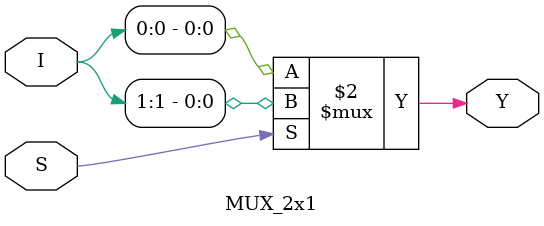
<source format=v>
`timescale 1ns / 1ps

module mux_8x1_using_2x1_muxes(D,S,Y

    );
    input [7:0]D;
    input [2:0]S;
    output Y;
    wire [3:0]A;
    wire [1:0]B;
    MUX_2x1 mux_1(D[1:0],A[0],S[0]);
    MUX_2x1 mux_2(D[3:2],A[1],S[0]);
    MUX_2x1 mux_3(D[5:4],A[2],S[0]);
    MUX_2x1 mux_4(D[7:6],A[3],S[0]);
    
    MUX_2x1 mux_5(A[1:0],B[0],S[1]);
    MUX_2x1 mux_6(A[3:2],B[1],S[1]);
    
    MUX_2x1 mux_7(B[1:0],Y,S[2]);
endmodule
module MUX_2x1(I,Y,S

    );
    input [1:0]I;
    input S;
    output Y;
    assign Y = (S == 0)?I[0]:I[1];
endmodule

</source>
